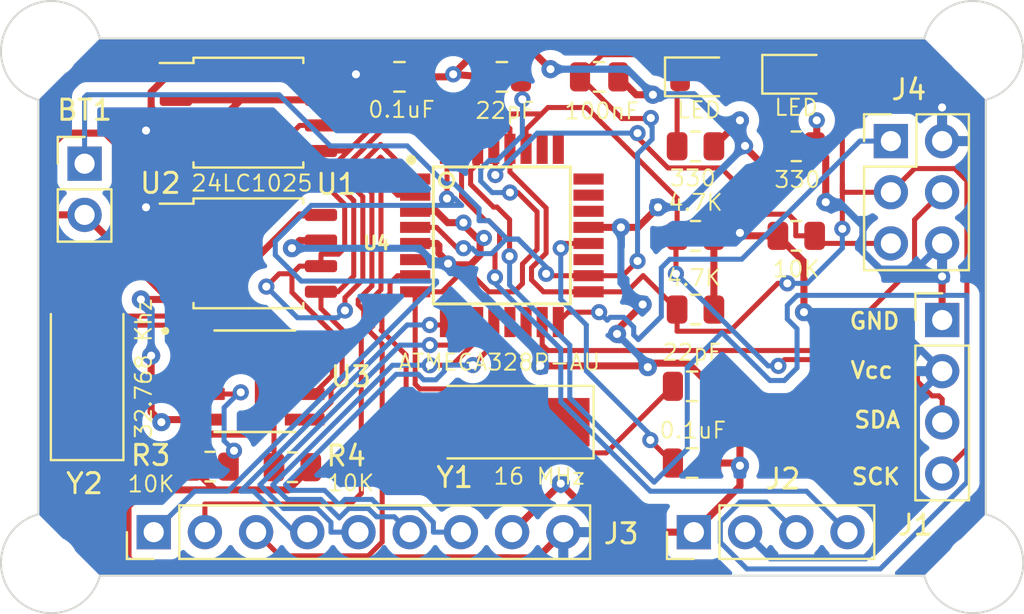
<source format=kicad_pcb>
(kicad_pcb (version 20221018) (generator pcbnew)
  (title_block (title "${project_name}") (date "2023-06-14") (rev "1") (comment 1 "2-Layer PCB version"))
  (layers (0 "F.Cu" mixed) (31 "B.Cu" mixed) (34 "B.Paste" user) (35 "F.Paste" user) (36 "B.SilkS" user "B.Silkscreen") (37 "F.SilkS" user "F.Silkscreen") (38 "B.Mask" user) (39 "F.Mask" user) (44 "Edge.Cuts" user))
  (property "project_name" "MCU Datalogger with memory and clock")
  (net 0 "")
  (net 1 "Net-(BT1-+)")
  (net 2 "GND")
  (net 3 "Net-(U4-AREF)")
  (net 4 "Net-(U4-PB6)")
  (net 5 "Net-(U4-PB7)")
  (net 6 "/Vcc")
  (net 7 "Net-(D1-K)")
  (net 8 "Net-(D2-K)")
  (net 9 "/SCK")
  (net 10 "/SDA")
  (net 11 "/RX")
  (net 12 "/TX")
  (net 13 "/D2")
  (net 14 "/D3")
  (net 15 "/D4")
  (net 16 "/D5")
  (net 17 "/D6")
  (net 18 "/D7")
  (net 19 "/D8")
  (net 20 "/MISO")
  (net 21 "/MOSI")
  (net 22 "/RESET")
  (net 23 "Net-(U3-~{INTA})")
  (net 24 "Net-(U3-SQW{slash}~INT)")
  (net 25 "Net-(U3-X1)")
  (net 26 "Net-(U3-X2)")
  (footprint "Connector_PinHeader_2.54mm:PinHeader_1x09_P2.54mm_Vertical" (layer "F.Cu") (at 130.937 114.427 90)
    (fp_text reference "J3")
    (fp_text value "Conn_01x09_Pin" hide)
  )
  (footprint "Crystal:Crystal_SMD_5032-2Pin_5.0x3.2mm_HandSoldering" (layer "F.Cu") (at 148.209 108.966 180)
    (fp_text reference "Y1")
    (fp_text value "16 MHz")
  )
  (footprint "Connector_PinHeader_2.54mm:PinHeader_1x04_P2.54mm_Vertical" (layer "F.Cu") (at 170.053 103.896)
    (fp_text reference "J1")
    (fp_text value "Conn_01x04_Pin" hide)
  )
  (footprint "MountingHole:MountingHole_2.1mm" (layer "F.Cu") (at 125.875 115.925)
    (fp_text reference "H2" hide)
    (fp_text value "MountingHole" hide)
  )
  (footprint "LED_SMD:LED_0805_2012Metric" (layer "F.Cu") (at 162.814 91.694)
    (fp_text reference "D2" hide)
    (fp_text value "LED")
  )
  (footprint "Capacitor_SMD:C_0805_2012Metric" (layer "F.Cu") (at 157.645 107.185 180)
    (fp_text reference "C2" hide)
    (fp_text value "22pF")
  )
  (footprint "Capacitor_SMD:C_0805_2012Metric" (layer "F.Cu") (at 153.035 91.821)
    (fp_text reference "C5" hide)
    (fp_text value "100nF")
  )
  (footprint "Resistor_SMD:R_0805_2012Metric" (layer "F.Cu") (at 162.814 99.715)
    (fp_text reference "R7" hide)
    (fp_text value "10K")
  )
  (footprint "MountingHole:MountingHole_2.1mm" (layer "F.Cu") (at 171.595 115.925)
    (fp_text reference "H4" hide)
    (fp_text value "MountingHole" hide)
  )
  (footprint "Connector_PinHeader_2.54mm:PinHeader_1x04_P2.54mm_Vertical" (layer "F.Cu") (at 157.734 114.427 90)
    (fp_text reference "J2")
    (fp_text value "Conn_01x04_Pin" hide)
  )
  (footprint "Package_SO:SOIC-8_5.23x5.23mm_P1.27mm" (layer "F.Cu") (at 135.636 93.599)
    (fp_text reference "U2")
    (fp_text value "24LC1025" hide)
  )
  (footprint "Capacitor_SMD:C_0805_2012Metric" (layer "F.Cu") (at 157.645 110.995 180)
    (fp_text reference "C1" hide)
    (fp_text value "0.1uF")
  )
  (footprint "Capacitor_SMD:C_0805_2012Metric" (layer "F.Cu") (at 143.129 91.821)
    (fp_text reference "C4" hide)
    (fp_text value "0.1uF")
  )
  (footprint "Resistor_SMD:R_0805_2012Metric" (layer "F.Cu") (at 137.8185 111.2035 180)
    (fp_text reference "R4")
    (fp_text value "10K")
  )
  (footprint "Connector_PinHeader_2.54mm:PinHeader_1x02_P2.54mm_Vertical" (layer "F.Cu") (at 127.508 96.134)
    (fp_text reference "BT1")
    (fp_text value "Battery" hide)
  )
  (footprint "Resistor_SMD:R_0805_2012Metric" (layer "F.Cu") (at 157.815 99.715 180)
    (fp_text reference "R6" hide)
    (fp_text value "4.7K")
  )
  (footprint "MountingHole:MountingHole_2.1mm" (layer "F.Cu") (at 125.875 90.525)
    (fp_text reference "H1" hide)
    (fp_text value "MountingHole" hide)
  )
  (footprint "ATMEGA328P-AU:QFP80P900X900X120-32N" (layer "F.Cu") (at 148.209 99.695)
    (fp_text reference "U4")
    (fp_text value "ATMEGA328P-AU")
  )
  (footprint "Resistor_SMD:R_0805_2012Metric" (layer "F.Cu") (at 162.814 95.27 180)
    (fp_text reference "R2" hide)
    (fp_text value "330")
  )
  (footprint "DS1337S_:SOIC127P600X175-8N" (layer "F.Cu") (at 135.952 106.934)
    (fp_text reference "U3")
    (fp_text value "DS1337S+" hide)
  )
  (footprint "LED_SMD:LED_0805_2012Metric" (layer "F.Cu") (at 157.988 91.821)
    (fp_text reference "D1" hide)
    (fp_text value "LED")
  )
  (footprint "Package_SO:SOIC-8_5.23x5.23mm_P1.27mm" (layer "F.Cu") (at 135.636 100.584)
    (fp_text reference "U1")
    (fp_text value "24LC1025")
  )
  (footprint "Connector_PinHeader_2.54mm:PinHeader_2x03_P2.54mm_Vertical" (layer "F.Cu") (at 167.508 95.011)
    (fp_text reference "J4")
    (fp_text value "Conn_02x03_Odd_Even" hide)
  )
  (footprint "Crystal:Crystal_SMD_5032-2Pin_5.0x3.2mm_HandSoldering" (layer "F.Cu") (at 127.635 106.299 90)
    (fp_text reference "Y2")
    (fp_text value "32.768 Khz")
  )
  (footprint "Resistor_SMD:R_0805_2012Metric" (layer "F.Cu") (at 157.815 95.27)
    (fp_text reference "R1" hide)
    (fp_text value "330")
  )
  (footprint "MountingHole:MountingHole_2.1mm" (layer "F.Cu") (at 171.595 90.525)
    (fp_text reference "H3" hide)
    (fp_text value "MountingHole" hide)
  )
  (footprint "Capacitor_SMD:C_0805_2012Metric" (layer "F.Cu") (at 148.209 91.821)
    (fp_text reference "C3" hide)
    (fp_text value "22pF")
  )
  (footprint "Resistor_SMD:R_0805_2012Metric" (layer "F.Cu") (at 157.815 103.375 180)
    (fp_text reference "R5" hide)
    (fp_text value "4.7K")
  )
  (footprint "Resistor_SMD:R_0805_2012Metric" (layer "F.Cu") (at 133.731 111.1735)
    (fp_text reference "R3")
    (fp_text value "10K")
  )
  (gr_arc (start 169.164 89.916) (mid 173.34134 88.78666) (end 172.212 92.964) (stroke (width 0.1)) (layer "Edge.Cuts"))
  (gr_line (start 125.222 113.538) (end 125.222 92.964) (stroke (width 0.1)) (layer "Edge.Cuts"))
  (gr_line (start 169.164 116.586) (end 128.27 116.586) (stroke (width 0.1)) (layer "Edge.Cuts"))
  (gr_line (start 172.212 92.964) (end 172.212 113.538) (stroke (width 0.1)) (layer "Edge.Cuts"))
  (gr_arc (start 172.212 113.538) (mid 173.34134 117.71534) (end 169.164 116.586) (stroke (width 0.1)) (layer "Edge.Cuts"))
  (gr_arc (start 128.27 116.586) (mid 124.09266 117.71534) (end 125.222 113.538) (stroke (width 0.1)) (layer "Edge.Cuts"))
  (gr_arc (start 125.222 92.964) (mid 124.09266 88.78666) (end 128.27 89.916) (stroke (width 0.1)) (layer "Edge.Cuts"))
  (gr_line (start 128.27 89.916) (end 169.164 89.916) (stroke (width 0.1)) (layer "Edge.Cuts"))
  (gr_text "SDA" (at 165.608 109.3216) (layer "F.SilkS") (effects (font (size 0.8 0.8) (thickness 0.15) bold) (justify left bottom)))
  (gr_text "GND" (at 165.3794 104.4194) (layer "F.SilkS") (effects (font (size 0.8 0.8) (thickness 0.15) bold) (justify left bottom)))
  (gr_text "Vcc" (at 165.4302 106.8578) (layer "F.SilkS") (effects (font (size 0.8 0.8) (thickness 0.15) bold) (justify left bottom)))
  (gr_text "SCK" (at 165.481 112.141) (layer "F.SilkS") (effects (font (size 0.8 0.8) (thickness 0.15) bold) (justify left bottom)))
  (segment (start 158.9255 91.821) (end 157.8255 90.721) (width 0.25) (layer "F.Cu") (net 1))
  (segment (start 145.996818 100.33) (end 144.961818 99.295) (width 0.25) (layer "F.Cu") (net 1))
  (segment (start 153.185 90.721) (end 152.085 91.821) (width 0.25) (layer "F.Cu") (net 1))
  (segment (start 154.21 101.695) (end 152.509 101.695) (width 0.25) (layer "F.Cu") (net 1))
  (segment (start 150.5005 101.695) (end 150.4055 101.6) (width 0.25) (layer "F.Cu") (net 1))
  (segment (start 152.509 101.695) (end 150.5005 101.695) (width 0.25) (layer "F.Cu") (net 1))
  (segment (start 144.961818 99.295) (end 143.909 99.295) (width 0.25) (layer "F.Cu") (net 1))
  (segment (start 155.598544 93.863119) (end 155.571663 93.89) (width 0.25) (layer "F.Cu") (net 1))
  (segment (start 146.304 100.33) (end 145.996818 100.33) (width 0.25) (layer "F.Cu") (net 1))
  (segment (start 157.8255 90.721) (end 153.185 90.721) (width 0.25) (layer "F.Cu") (net 1))
  (segment (start 154.154 93.89) (end 152.085 91.821) (width 0.25) (layer "F.Cu") (net 1))
  (segment (start 155.571663 93.89) (end 154.154 93.89) (width 0.25) (layer "F.Cu") (net 1))
  (segment (start 154.94 100.965) (end 154.21 101.695) (width 0.25) (layer "F.Cu") (net 1))
  (via (at 146.304 100.33) (size 0.8) (drill 0.4) (layers "F.Cu" "B.Cu") (net 1))
  (via (at 155.598544 93.863119) (size 0.8) (drill 0.4) (layers "F.Cu" "B.Cu") (net 1))
  (via (at 154.94 100.965) (size 0.8) (drill 0.4) (layers "F.Cu" "B.Cu") (net 1))
  (via (at 150.4055 101.6) (size 0.8) (drill 0.4) (layers "F.Cu" "B.Cu") (net 1))
  (segment (start 145.325 97.137147) (end 145.857609 97.137147) (width 0.25) (layer "B.Cu") (net 1))
  (segment (start 155.665 94.915305) (end 154.94 95.640305) (width 0.25) (layer "B.Cu") (net 1))
  (segment (start 149.016755 99.877749) (end 149.44145 100.302444) (width 0.25) (layer "B.Cu") (net 1))
  (segment (start 127.508 96.134) (end 127.508 92.837) (width 0.25) (layer "B.Cu") (net 1))
  (segment (start 155.665 94.314695) (end 155.665 94.915305) (width 0.25) (layer "B.Cu") (net 1))
  (segment (start 155.598544 94.248239) (end 155.665 94.314695) (width 0.25) (layer "B.Cu") (net 1))
  (segment (start 148.416145 99.877749) (end 149.016755 99.877749) (width 0.25) (layer "B.Cu") (net 1))
  (segment (start 146.998984 100.597) (end 147.696894 100.597) (width 0.25) (layer "B.Cu") (net 1))
  (segment (start 137.16 92.71) (end 139.7 95.25) (width 0.25) (layer "B.Cu") (net 1))
  (segment (start 146.304 100.33) (end 146.731984 100.33) (width 0.25) (layer "B.Cu") (net 1))
  (segment (start 147.079 98.358538) (end 147.079 98.962069) (width 0.25) (layer "B.Cu") (net 1))
  (segment (start 145.325 97.065) (end 145.325 97.137147) (width 0.25) (layer "B.Cu") (net 1))
  (segment (start 147.696894 100.597) (end 148.416145 99.877749) (width 0.25) (layer "B.Cu") (net 1))
  (segment (start 155.598544 93.863119) (end 155.598544 94.248239) (width 0.25) (layer "B.Cu") (net 1))
  (segment (start 147.079 98.962069) (end 147.556085 98.962069) (width 0.25) (layer "B.Cu") (net 1))
  (segment (start 143.51 95.25) (end 145.325 97.065) (width 0.25) (layer "B.Cu") (net 1))
  (segment (start 154.94 95.640305) (end 154.94 100.965) (width 0.25) (layer "B.Cu") (net 1))
  (segment (start 139.7 95.25) (end 143.51 95.25) (width 0.25) (layer "B.Cu") (net 1))
  (segment (start 149.016755 99.877749) (end 150.4055 101.266494) (width 0.25) (layer "B.Cu") (net 1))
  (segment (start 127.508 92.837) (end 127.635 92.71) (width 0.25) (layer "B.Cu") (net 1))
  (segment (start 127.635 92.71) (end 137.16 92.71) (width 0.25) (layer "B.Cu") (net 1))
  (segment (start 148.471765 99.877749) (end 149.016755 99.877749) (width 0.25) (layer "B.Cu") (net 1))
  (segment (start 150.4055 101.266494) (end 150.4055 101.6) (width 0.25) (layer "B.Cu") (net 1))
  (segment (start 146.731984 100.33) (end 146.998984 100.597) (width 0.25) (layer "B.Cu") (net 1))
  (segment (start 145.857609 97.137147) (end 147.079 98.358538) (width 0.25) (layer "B.Cu") (net 1))
  (segment (start 147.556085 98.962069) (end 148.471765 99.877749) (width 0.25) (layer "B.Cu") (net 1))
  (segment (start 159.89 110.995) (end 158.595 110.995) (width 0.35) (layer "F.Cu") (net 2))
  (segment (start 131.318 108.966) (end 130.81 108.458) (width 0.35) (layer "F.Cu") (net 2))
  (segment (start 132.036 92.964) (end 135.255 92.964) (width 0.35) (layer "F.Cu") (net 2))
  (segment (start 131.6505 102.8745) (end 132.036 102.489) (width 0.35) (layer "F.Cu") (net 2))
  (segment (start 132.036 95.504) (end 132.715 95.504) (width 0.35) (layer "F.Cu") (net 2))
  (segment (start 150.114 106.172) (end 155.3855 106.172) (width 0.35) (layer "F.Cu") (net 2))
  (segment (start 155.6475 106.035) (end 157.445 106.035) (width 0.35) (layer "F.Cu") (net 2))
  (segment (start 139.243 92.971) (end 142.929 92.971) (width 0.35) (layer "F.Cu") (net 2))
  (segment (start 139.236 92.964) (end 139.243 92.971) (width 0.35) (layer "F.Cu") (net 2))
  (segment (start 144.079 91.821) (end 145.796 91.821) (width 0.35) (layer "F.Cu") (net 2))
  (segment (start 144.984 100.095) (end 143.909 100.095) (width 0.35) (layer "F.Cu") (net 2))
  (segment (start 170.048 101.732) (end 170.048 100.091) (width 0.35) (layer "F.Cu") (net 2))
  (segment (start 150.622 91.44) (end 149.853 90.671) (width 0.35) (layer "F.Cu") (net 2))
  (segment (start 125.73 98.425) (end 125.979 98.674) (width 0.35) (layer "F.Cu") (net 2))
  (segment (start 153.924 104.394) (end 155.194 103.124) (width 0.35) (layer "F.Cu") (net 2))
  (segment (start 164.2755 98.044) (end 164.2755 95.819) (width 0.35) (layer "F.Cu") (net 2))
  (segment (start 162.4765 96.52) (end 163.7265 95.27) (width 0.35) (layer "F.Cu") (net 2))
  (segment (start 158.595 107.185) (end 160.02 108.61) (width 0.35) (layer "F.Cu") (net 2))
  (segment (start 158.595 110.995) (end 158.595 107.185) (width 0.35) (layer "F.Cu") (net 2))
  (segment (start 132.379173 102.489) (end 132.036 102.489) (width 0.35) (layer "F.Cu") (net 2))
  (segment (start 158.7275 95.27) (end 158.73 95.27) (width 0.35) (layer "F.Cu") (net 2))
  (segment (start 155.702 92.71) (end 154.874 92.71) (width 0.35) (layer "F.Cu") (net 2))
  (segment (start 160.234406 95.27) (end 160.214406 95.25) (width 0.35) (layer "F.Cu") (net 2))
  (segment (start 146.819 90.671) (end 145.796 91.694) (width 0.35) (layer "F.Cu") (net 2))
  (segment (start 157.445 106.035) (end 158.595 107.185) (width 0.35) (layer "F.Cu") (net 2))
  (segment (start 133.477 108.839) (end 131.445 108.839) (width 0.35) (layer "F.Cu") (net 2))
  (segment (start 145.084 100.584) (end 145.084 100.195) (width 0.35) (layer "F.Cu") (net 2))
  (segment (start 160.214406 95.25) (end 160.274 95.25) (width 0.35) (layer "F.Cu") (net 2))
  (segment (start 128.539 94.615) (end 126.477 94.615) (width 0.35) (layer "F.Cu") (net 2))
  (segment (start 132.036 95.504) (end 129.428 95.504) (width 0.35) (layer "F.Cu") (net 2))
  (segment (start 160.02 111.125) (end 159.89 110.995) (width 0.35) (layer "F.Cu") (net 2))
  (segment (start 170.048 103.891) (end 170.053 103.896) (width 0.35) (layer "F.Cu") (net 2))
  (segment (start 154.959 99.295) (end 155.956 98.298) (width 0.35) (layer "F.Cu") (net 2))
  (segment (start 129.428 95.504) (end 128.539 94.615) (width 0.35) (layer "F.Cu") (net 2))
  (segment (start 131.445 108.839) (end 131.318 108.966) (width 0.35) (layer "F.Cu") (net 2))
  (segment (start 148.717 114.427) (end 151.13 112.014) (width 0.35) (layer "F.Cu") (net 2))
  (segment (start 135.255 92.964) (end 139.236 92.964) (width 0.35) (layer "F.Cu") (net 2))
  (segment (start 164.2755 95.819) (end 163.7265 95.27) (width 0.35) (layer "F.Cu") (net 2))
  (segment (start 158.75 95.2475) (end 158.7275 95.27) (width 0.35) (layer "F.Cu") (net 2))
  (segment (start 145.542 101.042) (end 145.084 100.584) (width 0.35) (layer "F.Cu") (net 2))
  (segment (start 157.734 114.427) (end 160.02 112.141) (width 0.35) (layer "F.Cu") (net 2))
  (segment (start 147.32 99.822) (end 146.962727 99.822) (width 0.35) (layer "F.Cu") (net 2))
  (segment (start 149.853 90.671) (end 146.819 90.671) (width 0.35) (layer "F.Cu") (net 2))
  (segment (start 155.3855 106.172) (end 155.448 106.2345) (width 0.35) (layer "F.Cu") (net 2))
  (segment (start 153.924 104.5855) (end 153.924 104.394) (width 0.35) (layer "F.Cu") (net 2))
  (segment (start 160.02 108.61) (end 160.02 111.125) (width 0.35) (layer "F.Cu") (net 2))
  (segment (start 130.81 108.458) (end 130.81 105.664) (width 0.35) (layer "F.Cu") (net 2))
  (segment (start 138.176 99.949) (end 137.795 100.33) (width 0.35) (layer "F.Cu") (net 2))
  (segment (start 146.200727 99.06) (end 146.304 99.06) (width 0.35) (layer "F.Cu") (net 2))
  (segment (start 132.715 95.504) (end 135.255 92.964) (width 0.35) (layer "F.Cu") (net 2))
  (segment (start 146.962727 99.822) (end 146.200727 99.06) (width 0.35) (layer "F.Cu") (net 2))
  (segment (start 155.448 106.2345) (end 155.6475 106.035) (width 0.35) (layer "F.Cu") (net 2))
  (segment (start 161.484406 96.52) (end 162.4765 96.52) (width 0.35) (layer "F.Cu") (net 2))
  (segment (start 146.200727 99.06) (end 146.200727 99.06) (width 0.35) (layer "F.Cu") (net 2))
  (segment (start 130.302 102.8745) (end 131.6505 102.8745) (width 0.35) (layer "F.Cu") (net 2))
  (segment (start 125.73 95.362) (end 125.73 98.425) (width 0.35) (layer "F.Cu") (net 2))
  (segment (start 143.909 98.495) (end 144.953979 98.495) (width 0.35) (layer "F.Cu") (net 2))
  (segment (start 153.543 114.427) (end 157.734 114.427) (width 0.35) (layer "F.Cu") (net 2))
  (segment (start 160.274 95.25) (end 160.274 95.309594) (width 0.35) (layer "F.Cu") (net 2))
  (segment (start 146.645727 101.155) (end 147.129 100.671727) (width 0.35) (layer "F.Cu") (net 2))
  (segment (start 144.953979 98.495) (end 145.518979 99.06) (width 0.35) (layer "F.Cu") (net 2))
  (segment (start 158.73 95.27) (end 160.02 93.98) (width 0.35) (layer "F.Cu") (net 2))
  (segment (start 147.129 100.013) (end 147.32 99.822) (width 0.35) (layer "F.Cu") (net 2))
  (segment (start 163.83 95.1665) (end 163.7265 95.27) (width 0.35) (layer "F.Cu") (net 2))
  (segment (start 132.036 102.489) (end 131.323 102.489) (width 0.35) (layer "F.Cu") (net 2))
  (segment (start 147.129 100.671727) (end 147.129 100.013) (width 0.35) (layer "F.Cu") (net 2))
  (segment (start 131.323 102.489) (end 127.508 98.674) (width 0.35) (layer "F.Cu") (net 2))
  (segment (start 142.929 92.971) (end 144.079 91.821) (width 0.35) (layer "F.Cu") (net 2))
  (segment (start 160.274 95.309594) (end 161.484406 96.52) (width 0.35) (layer "F.Cu") (net 2))
  (segment (start 152.509 99.295) (end 154.959 99.295) (width 0.35) (layer "F.Cu") (net 2))
  (segment (start 154.874 92.71) (end 153.985 91.821) (width 0.35) (layer "F.Cu") (net 2))
  (segment (start 145.542 101.092) (end 145.605 101.155) (width 0.35) (layer "F.Cu") (net 2))
  (segment (start 145.084 100.195) (end 144.984 100.095) (width 0.35) (layer "F.Cu") (net 2))
  (segment (start 145.542 101.092) (end 145.542 101.042) (width 0.35) (layer "F.Cu") (net 2))
  (segment (start 160.02 112.141) (end 160.02 111.125) (width 0.35) (layer "F.Cu") (net 2))
  (segment (start 145.796 91.694) (end 147.259 91.821) (width 0.35) (layer "F.Cu") (net 2))
  (segment (start 151.13 112.014) (end 153.543 114.427) (width 0.35) (layer "F.Cu") (net 2))
  (segment (start 145.605 101.155) (end 146.645727 101.155) (width 0.35) (layer "F.Cu") (net 2))
  (segment (start 170.048 101.732) (end 170.048 103.891) (width 0.35) (layer "F.Cu") (net 2))
  (segment (start 145.518979 99.06) (end 146.200727 99.06) (width 0.35) (layer "F.Cu") (net 2))
  (segment (start 139.236 99.949) (end 138.176 99.949) (width 0.35) (layer "F.Cu") (net 2))
  (segment (start 125.979 98.674) (end 127.508 98.674) (width 0.35) (layer "F.Cu") (net 2))
  (segment (start 145.796 91.821) (end 145.796 91.694) (width 0.35) (layer "F.Cu") (net 2))
  (segment (start 144.272 92.014) (end 144.079 91.821) (width 0.35) (layer "F.Cu") (net 2))
  (segment (start 126.477 94.615) (end 125.73 95.362) (width 0.35) (layer "F.Cu") (net 2))
  (segment (start 163.83 93.98) (end 163.83 95.1665) (width 0.35) (layer "F.Cu") (net 2))
  (via (at 151.13 112.014) (size 0.9) (drill 0.4) (layers "F.Cu" "B.Cu") (net 2))
  (via (at 160.02 93.98) (size 0.9) (drill 0.4) (layers "F.Cu" "B.Cu") (net 2))
  (via (at 155.956 98.298) (size 0.9) (drill 0.4) (layers "F.Cu" "B.Cu") (net 2))
  (via (at 146.304 99.06) (size 0.8) (drill 0.4) (layers "F.Cu" "B.Cu") (net 2))
  (via (at 153.924 104.5855) (size 0.9) (drill 0.4) (layers "F.Cu" "B.Cu") (net 2))
  (via (at 147.32 99.822) (size 0.8) (drill 0.4) (layers "F.Cu" "B.Cu") (net 2))
  (via (at 160.274 95.25) (size 0.8) (drill 0.4) (layers "F.Cu" "B.Cu") (net 2))
  (via (at 170.048 101.732) (size 0.8) (drill 0.4) (layers "F.Cu" "B.Cu") (net 2))
  (via (at 150.622 91.44) (size 0.9) (drill 0.4) (layers "F.Cu" "B.Cu") (net 2))
  (via (at 163.83 93.98) (size 0.8) (drill 0.4) (layers "F.Cu" "B.Cu") (net 2))
  (via (at 145.542 101.092) (size 0.8) (drill 0.4) (layers "F.Cu" "B.Cu") (net 2))
  (via (at 137.795 100.33) (size 0.9) (drill 0.4) (layers "F.Cu" "B.Cu") (net 2))
  (via (at 155.194 103.124) (size 0.9) (drill 0.4) (layers "F.Cu" "B.Cu") (net 2))
  (via (at 155.448 106.2345) (size 0.9) (drill 0.4) (layers "F.Cu" "B.Cu") (net 2))
  (via (at 155.702 92.71) (size 0.9) (drill 0.4) (layers "F.Cu" "B.Cu") (net 2))
  (via (at 130.81 105.664) (size 0.9) (drill 0.4) (layers "F.Cu" "B.Cu") (net 2))
  (via (at 130.302 102.8745) (size 0.9) (drill 0.4) (layers "F.Cu" "B.Cu") (net 2))
  (via (at 131.318 108.966) (size 0.9) (drill 0.4) (layers "F.Cu" "B.Cu") (net 2))
  (via (at 150.114 106.172) (size 0.9) (drill 0.4) (layers "F.Cu" "B.Cu") (net 2))
  (via (at 164.2755 98.044) (size 0.9) (drill 0.4) (layers "F.Cu" "B.Cu") (net 2))
  (via (at 145.796 91.694) (size 0.8) (drill 0.4) (layers "F.Cu" "B.Cu") (net 2))
  (via (at 154.1155 99.295) (size 0.9) (drill 0.4) (layers "F.Cu" "B.Cu") (net 2))
  (via (at 160.02 111.125) (size 0.9) (drill 0.4) (layers "F.Cu" "B.Cu") (net 2))
  (segment (start 170.048 100.091) (end 168.773 101.366) (width 0.35) (layer "B.Cu") (net 2))
  (segment (start 144.118817 100.33) (end 144.880817 101.092) (width 0.35) (layer "B.Cu") (net 2))
  (segment (start 164.944227 98.044) (end 164.2755 98.044) (width 0.35) (layer "B.Cu") (net 2))
  (segment (start 157.734 92.71) (end 158.75 93.726) (width 0.35) (layer "B.Cu") (net 2))
  (segment (start 155.194 103.124) (end 154.115 102.045) (width 0.35) (layer "B.Cu") (net 2))
  (segment (start 150.114 105.664) (end 150.114 106.172) (width 0.35) (layer "B.Cu") (net 2))
  (segment (start 153.924 104.5855) (end 155.448 106.1095) (width 0.35) (layer "B.Cu") (net 2))
  (segment (start 155.702 92.71) (end 157.734 92.71) (width 0.35) (layer "B.Cu") (net 2))
  (segment (start 155.956 98.298) (end 157.226 98.298) (width 0.35) (layer "B.Cu") (net 2))
  (segment (start 166.116 99.215773) (end 164.944227 98.044) (width 0.35) (layer "B.Cu") (net 2))
  (segment (start 154.115 102.045) (end 154.115 99.2955) (width 0.35) (layer "B.Cu") (net 2))
  (segment (start 130.81 103.3825) (end 130.302 102.8745) (width 0.35) (layer "B.Cu") (net 2))
  (segment (start 155.702 92.71) (end 154.432 91.44) (width 0.35) (layer "B.Cu") (net 2))
  (segment (start 166.979877 101.366) (end 166.116 100.502123) (width 0.35) (layer "B.Cu") (net 2))
  (segment (start 158.75 93.726) (end 160.274 95.25) (width 0.35) (layer "B.Cu") (net 2))
  (segment (start 150.114 106.172) (end 150.368 106.172) (width 0.35) (layer "B.Cu") (net 2))
  (segment (start 157.226 98.298) (end 160.274 95.25) (width 0.35) (layer "B.Cu") (net 2))
  (segment (start 166.116 100.502123) (end 166.116 99.215773) (width 0.35) (layer "B.Cu") (net 2))
  (segment (start 160.02 94.996) (end 160.274 95.25) (width 0.35) (layer "B.Cu") (net 2))
  (segment (start 160.02 93.98) (end 160.02 94.996) (width 0.35) (layer "B.Cu") (net 2))
  (segment (start 137.795 100.33) (end 144.118817 100.33) (width 0.35) (layer "B.Cu") (net 2))
  (segment (start 154.432 91.44) (end 150.622 91.44) (width 0.35) (layer "B.Cu") (net 2))
  (segment (start 154.115 99.2955) (end 154.1155 99.295) (width 0.35) (layer "B.Cu") (net 2))
  (segment (start 130.81 105.664) (end 130.81 103.3825) (width 0.35) (layer "B.Cu") (net 2))
  (segment (start 155.448 106.1095) (end 155.448 106.2345) (width 0.35) (layer "B.Cu") (net 2))
  (segment (start 145.542 101.092) (end 150.114 105.664) (width 0.35) (layer "B.Cu") (net 2))
  (segment (start 144.880817 101.092) (end 145.542 101.092) (width 0.35) (layer "B.Cu") (net 2))
  (segment (start 168.773 101.366) (end 166.979877 101.366) (width 0.35) (layer "B.Cu") (net 2))
  (segment (start 155.575 109.855) (end 155.575 109.875) (width 0.25) (layer "F.Cu") (net 3))
  (segment (start 155.575 109.875) (end 156.695 110.995) (width 0.25) (layer "F.Cu") (net 3))
  (segment (start 151.365 100.095) (end 152.509 100.095) (width 0.25) (layer "F.Cu") (net 3))
  (segment (start 151.13 100.33) (end 151.365 100.095) (width 0.25) (layer "F.Cu") (net 3))
  (via (at 155.575 109.855) (size 0.8) (drill 0.4) (layers "F.Cu" "B.Cu") (net 3))
  (via (at 151.13 100.33) (size 0.8) (drill 0.4) (layers "F.Cu" "B.Cu") (net 3))
  (segment (start 155.575 109.601) (end 155.575 109.855) (width 0.25) (layer "B.Cu") (net 3))
  (segment (start 151.13 102.87) (end 152.4 104.14) (width 0.25) (layer "B.Cu") (net 3))
  (segment (start 151.13 100.33) (end 151.13 102.87) (width 0.25) (layer "B.Cu") (net 3))
  (segment (start 152.4 106.426) (end 155.575 109.601) (width 0.25) (layer "B.Cu") (net 3))
  (segment (start 152.4 104.14) (end 152.4 106.426) (width 0.25) (layer "B.Cu") (net 3))
  (segment (start 142.236784 103.003008) (end 142.661 102.578792) (width 0.25) (layer "F.Cu") (net 4))
  (segment (start 145.159604 108.966) (end 143.459 107.265396) (width 0.25) (layer "F.Cu") (net 4))
  (segment (start 142.225326 104.404493) (end 142.258701 104.371117) (width 0.25) (layer "F.Cu") (net 4))
  (segment (start 153.389 110.491) (end 156.695 107.185) (width 0.25) (layer "F.Cu") (net 4))
  (segment (start 143.034 101.695) (end 143.909 101.695) (width 0.25) (layer "F.Cu") (net 4))
  (segment (start 142.661 102.578792) (end 142.661 102.068) (width 0.25) (layer "F.Cu") (net 4))
  (segment (start 142.258701 104.371117) (end 142.2587 103.024924) (width 0.25) (layer "F.Cu") (net 4))
  (segment (start 145.609 108.966) (end 147.134 110.491) (width 0.25) (layer "F.Cu") (net 4))
  (segment (start 145.609 108.966) (end 145.159604 108.966) (width 0.25) (layer "F.Cu") (net 4))
  (segment (start 147.134 110.491) (end 153.389 110.491) (width 0.25) (layer "F.Cu") (net 4))
  (segment (start 142.661 102.068) (end 143.034 101.695) (width 0.25) (layer "F.Cu") (net 4))
  (segment (start 143.459 105.638167) (end 142.225326 104.404493) (width 0.25) (layer "F.Cu") (net 4))
  (segment (start 142.2587 103.024924) (end 142.236784 103.003008) (width 0.25) (layer "F.Cu") (net 4))
  (segment (start 143.459 107.265396) (end 143.459 105.638167) (width 0.25) (layer "F.Cu") (net 4))
  (segment (start 149.955 98.521396) (end 149.955 100.388799) (width 0.25) (layer "F.Cu") (net 5))
  (segment (start 149.955 100.388799) (end 149.2305 101.113299) (width 0.25) (layer "F.Cu") (net 5))
  (segment (start 148.999303 97.565699) (end 149.955 98.521396) (width 0.25) (layer "F.Cu") (net 5))
  (segment (start 145.235016 102.495) (end 143.909 102.495) (width 0.25) (layer "F.Cu") (net 5))
  (segment (start 149.2305 101.113299) (end 149.2305 102.086701) (width 0.25) (layer "F.Cu") (net 5))
  (segment (start 144.145 107.315) (end 143.909 107.079) (width 0.25) (layer "F.Cu") (net 5))
  (segment (start 147.567541 102.4955) (end 146.777041 101.705) (width 0.25) (layer "F.Cu") (net 5))
  (segment (start 148.611101 97.565699) (end 148.999303 97.565699) (width 0.25) (layer "F.Cu") (net 5))
  (segment (start 150.809 108.966) (end 149.158 107.315) (width 0.25) (layer "F.Cu") (net 5))
  (segment (start 149.225 91.887) (end 149.159 91.821) (width 0.25) (layer "F.Cu") (net 5))
  (segment (start 146.025016 101.705) (end 145.235016 102.495) (width 0.25) (layer "F.Cu") (net 5))
  (segment (start 148.821701 102.4955) (end 147.567541 102.4955) (width 0.25) (layer "F.Cu") (net 5))
  (segment (start 149.2305 102.086701) (end 148.821701 102.4955) (width 0.25) (layer "F.Cu") (net 5))
  (segment (start 149.158 107.315) (end 144.145 107.315) (width 0.25) (layer "F.Cu") (net 5))
  (segment (start 148.867883 91.821) (end 149.159 91.821) (width 0.25) (layer "F.Cu") (net 5))
  (segment (start 149.225 92.938) (end 149.225 91.887) (width 0.25) (layer "F.Cu") (net 5))
  (segment (start 143.909 107.079) (end 143.909 102.495) (width 0.25) (layer "F.Cu") (net 5))
  (segment (start 146.777041 101.705) (end 146.025016 101.705) (width 0.25) (layer "F.Cu") (net 5))
  (via (at 149.225 92.938) (size 0.8) (drill 0.4) (layers "F.Cu" "B.Cu") (net 5))
  (via (at 148.611101 97.565699) (size 0.8) (drill 0.4) (layers "F.Cu" "B.Cu") (net 5))
  (segment (start 147.584195 95.97042) (end 147.973104 95.97042) (width 0.25) (layer "B.Cu") (net 5))
  (segment (start 149.225 94.718524) (end 149.225 92.938) (width 0.25) (layer "B.Cu") (net 5))
  (segment (start 148.611101 97.565699) (end 147.729474 97.565699) (width 0.25) (layer "B.Cu") (net 5))
  (segment (start 147.1595 96.395115) (end 147.584195 95.97042) (width 0.25) (layer "B.Cu") (net 5))
  (segment (start 147.973104 95.97042) (end 149.225 94.718524) (width 0.25) (layer "B.Cu") (net 5))
  (segment (start 147.729474 97.565699) (end 147.1595 96.995725) (width 0.25) (layer "B.Cu") (net 5))
  (segment (start 147.1595 96.995725) (end 147.1595 96.395115) (width 0.25) (layer "B.Cu") (net 5))
  (segment (start 158.7275 99.715) (end 159.873 99.715) (width 0.35) (layer "F.Cu") (net 6))
  (segment (start 135.518437 109.559) (end 136.13 108.947437) (width 0.35) (layer "F.Cu") (net 6))
  (segment (start 138.731 111.2035) (end 138.731 110.999848) (width 0.35) (layer "F.Cu") (net 6))
  (segment (start 132.036 98.679) (end 130.937 98.679) (width 0.35) (layer "F.Cu") (net 6))
  (segment (start 133.9735 112.3285) (end 130.4855 112.3285) (width 0.35) (layer "F.Cu") (net 6))
  (segment (start 132.8185 111.1735) (end 132.340152 110.695152) (width 0.35) (layer "F.Cu") (net 6))
  (segment (start 142.075519 116.152) (end 142.525519 115.702) (width 0.35) (layer "F.Cu") (net 6))
  (segment (start 159.873 99.715) (end 160.02 99.568) (width 0.35) (layer "F.Cu") (net 6))
  (segment (start 132.036 91.694) (end 131.692827 91.694) (width 0.35) (layer "F.Cu") (net 6))
  (segment (start 158.7275 99.715) (end 158.7275 103.375) (width 0.35) (layer "F.Cu") (net 6))
  (segment (start 139.236 91.694) (end 142.052 91.694) (width 0.35) (layer "F.Cu") (net 6))
  (segment (start 138.176 98.679) (end 139.236 98.679) (width 0.35) (layer "F.Cu") (net 6))
  (segment (start 132.036 101.219) (end 132.036 98.679) (width 0.35) (layer "F.Cu") (net 6))
  (segment (start 151.257 114.427) (end 149.982 115.702) (width 0.35) (layer "F.Cu") (net 6))
  (segment (start 130.937 98.679) (end 130.556 98.298) (width 0.35) (layer "F.Cu") (net 6))
  (segment (start 149.982 115.702) (end 148.188877 115.702) (width 0.35) (layer "F.Cu") (net 6))
  (segment (start 132.036 101.219) (end 135.636 101.219) (width 0.35) (layer "F.Cu") (net 6))
  (segment (start 163.195 103.505) (end 163.195 101.0085) (width 0.35) (layer "F.Cu") (net 6))
  (segment (start 163.195 101.0085) (end 161.9015 99.715) (width 0.35) (layer "F.Cu") (net 6))
  (segment (start 136.13 106.739152) (end 137.840152 105.029) (width 0.35) (layer "F.Cu") (net 6))
  (segment (start 135.636 101.219) (end 138.176 98.679) (width 0.35) (layer "F.Cu") (net 6))
  (segment (start 130.81 94.234) (end 130.556 94.488) (width 0.35) (layer "F.Cu") (net 6))
  (segment (start 131.692827 94.234) (end 132.036 94.234) (width 0.35) (layer "F.Cu") (net 6))
  (segment (start 132.036 94.234) (end 130.81 94.234) (width 0.35) (layer "F.Cu") (net 6))
  (segment (start 129.662 113.152) (end 129.662 115.702) (width 0.35) (layer "F.Cu") (net 6))
  (segment (start 142.525519 115.702) (end 148.59 115.702) (width 0.35) (layer "F.Cu") (net 6))
  (segment (start 132.340152 109.559) (end 135.518437 109.559) (width 0.35) (layer "F.Cu") (net 6))
  (segment (start 142.052 91.694) (end 142.179 91.821) (width 0.35) (layer "F.Cu") (net 6))
  (segment (start 136.13 108.947437) (end 136.13 106.739152) (width 0.35) (layer "F.Cu") (net 6))
  (segment (start 138.731 111.2035) (end 137.606 112.3285) (width 0.35) (layer "F.Cu") (net 6))
  (segment (start 130.811 93.352173) (end 131.692827 94.234) (width 0.35) (layer "F.Cu") (net 6))
  (segment (start 131.692827 91.694) (end 130.811 92.575827) (width 0.35) (layer "F.Cu") (net 6))
  (segment (start 130.112 116.152) (end 142.075519 116.152) (width 0.35) (layer "F.Cu") (net 6))
  (segment (start 170.048 93.34) (end 170.048 95.011) (width 0.35) (layer "F.Cu") (net 6))
  (segment (start 160.167 99.715) (end 161.9015 99.715) (width 0.35) (layer "F.Cu") (net 6))
  (segment (start 132.340152 110.695152) (end 132.340152 109.559) (width 0.35) (layer "F.Cu") (net 6))
  (segment (start 160.02 99.568) (end 160.167 99.715) (width 0.35) (layer "F.Cu") (net 6))
  (segment (start 133.9735 112.3285) (end 132.8185 111.1735) (width 0.35) (layer "F.Cu") (net 6))
  (segment (start 130.811 92.575827) (end 130.811 93.352173) (width 0.35) (layer "F.Cu") (net 6))
  (segment (start 137.840152 105.029) (end 138.427 105.029) (width 0.35) (layer "F.Cu") (net 6))
  (segment (start 129.662 115.702) (end 130.112 116.152) (width 0.35) (layer "F.Cu") (net 6))
  (segment (start 130.4855 112.3285) (end 129.662 113.152) (width 0.35) (layer "F.Cu") (net 6))
  (segment (start 137.606 112.3285) (end 133.9735 112.3285) (width 0.35) (layer "F.Cu") (net 6))
  (via (at 163.195 103.505) (size 0.9) (drill 0.4) (layers "F.Cu" "B.Cu") (net 6))
  (via (at 130.556 94.488) (size 0.9) (drill 0.4) (layers "F.Cu" "B.Cu") (net 6))
  (via (at 160.02 99.568) (size 0.8) (drill 0.4) (layers "F.Cu" "B.Cu") (net 6))
  (via (at 130.556 98.298) (size 0.9) (drill 0.4) (layers "F.Cu" "B.Cu") (net 6))
  (via (at 170.048 93.34) (size 0.9) (drill 0.4) (layers "F.Cu" "B.Cu") (net 6))
  (via (at 140.97 91.694) (size 0.9) (drill 0.4) (layers "F.Cu" "B.Cu") (net 6))
  (segment (start 168.778 113.162) (end 168.778 107.711) (width 0.35) (layer "B.Cu") (net 6))
  (segment (start 163.195 103.505) (end 167.122 103.505) (width 0.35) (layer "B.Cu") (net 6))
  (segment (start 168.778 107.711) (end 170.053 106.436) (width 0.35) (layer "B.Cu") (net 6))
  (segment (start 161.549 115.702) (end 166.238 115.702) (width 0.35) (layer "B.Cu") (net 6))
  (segment (start 167.122 103.505) (end 170.053 106.436) (width 0.35) (layer "B.Cu") (net 6))
  (segment (start 160.274 114.427) (end 161.549 115.702) (width 0.35) (layer "B.Cu") (net 6))
  (segment (start 166.238 115.702) (end 168.778 113.162) (width 0.35) (layer "B.Cu") (net 6))
  (segment (start 156.9025 95.27) (end 156.9025 91.969) (width 0.25) (layer "F.Cu") (net 7))
  (segment (start 156.9025 91.969) (end 157.0505 91.821) (width 0.25) (layer "F.Cu") (net 7))
  (segment (start 161.8765 91.694) (end 161.8765 95.245) (width 0.25) (layer "F.Cu") (net 8))
  (segment (start 161.8765 95.245) (end 161.9015 95.27) (width 0.25) (layer "F.Cu") (net 8))
  (segment (start 139.236 100.624) (end 140.103462 100.624) (width 0.25) (layer "F.Cu") (net 9))
  (segment (start 165.1 97.551) (end 167.508 97.551) (width 0.25) (layer "F.Cu") (net 9))
  (segment (start 137.795 95.534751) (end 137.795 94.615) (width 0.25) (layer "F.Cu") (net 9))
  (segment (start 140.103462 100.624) (end 140.411 100.316462) (width 0.25) (layer "F.Cu") (net 9))
  (segment (start 161.894906 102.075594) (end 159.5205 104.45) (width 0.25) (layer "F.Cu") (net 9))
  (segment (start 148.609 96.539) (end 150.405 98.335) (width 0.25) (layer "F.Cu") (net 9))
  (segment (start 165.1 97.155) (end 165.1 97.551) (width 0.25) (layer "F.Cu") (net 9))
  (segment (start 155.2175 101.69) (end 156.9025 103.375) (width 0.25) (layer "F.Cu") (net 9))
  (segment (start 137.795 102.51975) (end 137.795 101.6) (width 0.25) (layer "F.Cu") (net 9))
  (segment (start 150.275195 102.495) (end 152.509 102.495) (width 0.25) (layer "F.Cu") (net 9))
  (segment (start 138.176 94.234) (end 139.236 94.234) (width 0.25) (layer "F.Cu") (net 9))
  (segment (start 149.6805 101.900305) (end 150.275195 102.495) (width 0.25) (layer "F.Cu") (net 9))
  (segment (start 139.8016 106.639826) (end 139.8016 104.52635) (width 0.25) (layer "F.Cu") (net 9))
  (segment (start 170.671 96.376) (end 168.683 96.376) (width 0.25) (layer "F.Cu") (net 9))
  (segment (start 162.3705 102.075594) (end 161.894906 102.075594) (width 0.25) (layer "F.Cu") (net 9))
  (segment (start 140.424105 102.782291) (end 141.311 101.895396) (width 0.25) (layer "F.Cu") (net 9))
  (segment (start 148.609 94.395) (end 148.609 95.395) (width 0.25) (layer "F.Cu") (net 9))
  (segment (start 165.1 99.3665) (end 165.1 97.155) (width 0.25) (layer "F.Cu") (net 9))
  (segment (start 139.236 101.219) (end 139.236 100.624) (width 0.25) (layer "F.Cu") (net 9))
  (segment (start 156.9025 104.45) (end 156.9025 103.375) (width 0.25) (layer "F.Cu") (net 9))
  (segment (start 159.5205 104.45) (end 156.9025 104.45) (width 0.25) (layer "F.Cu") (net 9))
  (segment (start 154.4125 102.495) (end 155.2175 101.69) (width 0.25) (layer "F.Cu") (net 9))
  (segment (start 142.616896 94.1125) (end 148.3265 94.1125) (width 0.25) (layer "F.Cu") (net 9))
  (segment (start 163.7515 91.694) (end 165.1 93.0425) (width 0.25) (layer "F.Cu") (net 9))
  (segment (start 141.311 97.777959) (end 140.131219 96.598177) (width 0.25) (layer "F.Cu") (net 9))
  (segment (start 148.3265 94.1125) (end 148.609 94.395) (width 0.25) (layer "F.Cu") (net 9))
  (segment (start 150.405 100.575195) (end 149.6805 101.299695) (width 0.25) (layer "F.Cu") (net 9))
  (segment (start 137.795 101.6) (end 138.176 101.219) (width 0.25) (layer "F.Cu") (net 9))
  (segment (start 138.427 107.569) (end 138.872426 107.569) (width 0.25) (layer "F.Cu") (net 9))
  (segment (start 138.872426 107.569) (end 139.8016 106.639826) (width 0.25) (layer "F.Cu") (net 9))
  (segment (start 170.053 111.516) (end 171.278 110.291) (width 0.25) (layer "F.Cu") (net 9))
  (segment (start 171.278 110.291) (end 171.278 96.983) (width 0.25) (layer "F.Cu") (net 9))
  (segment (start 140.424105 103.422442) (end 140.424105 102.782291) (width 0.25) (layer "F.Cu") (net 9))
  (segment (start 168.683 96.376) (end 167.508 97.551) (width 0.25) (layer "F.Cu") (net 9))
  (segment (start 148.609 95.395) (end 148.609 96.539) (width 0.25) (layer "F.Cu") (net 9))
  (segment (start 149.6805 101.299695) (end 149.6805 101.900305) (width 0.25) (layer "F.Cu") (net 9))
  (segment (start 138.176 101.219) (end 139.236 101.219) (width 0.25) (layer "F.Cu") (net 9))
  (segment (start 152.509 102.495) (end 154.4125 102.495) (width 0.25) (layer "F.Cu") (net 9))
  (segment (start 140.131219 96.598177) (end 142.616896 94.1125) (width 0.25) (layer "F.Cu") (net 9))
  (segment (start 140.411 98.150751) (end 137.795 95.534751) (width 0.25) (layer "F.Cu") (net 9))
  (segment (start 137.795 94.615) (end 138.176 94.234) (width 0.25) (layer "F.Cu") (net 9))
  (segment (start 140.411 100.316462) (end 140.411 98.150751) (width 0.25) (layer "F.Cu") (net 9))
  (segment (start 136.525 102.235) (end 137.16 101.6) (width 0.25) (layer "F.Cu") (net 9))
  (segment (start 150.405 98.335) (end 150.405 100.575195) (width 0.25) (layer "F.Cu") (net 9))
  (segment (start 165.1 93.0425) (end 165.1 97.155) (width 0.25) (layer "F.Cu") (net 9))
  (segment (start 141.311 101.895396) (end 141.311 97.777959) (width 0.25) (layer "F.Cu") (net 9))
  (segment (start 139.8016 104.52635) (end 137.795 102.51975) (width 0.25) (layer "F.Cu") (net 9))
  (segment (start 137.16 101.6) (end 137.795 101.6) (width 0.25) (layer "F.Cu") (net 9))
  (segment (start 171.278 96.983) (end 170.671 96.376) (width 0.25) (layer "F.Cu") (net 9))
  (via (at 136.525 102.235) (size 0.8) (drill 0.4) (layers "F.Cu" "B.Cu") (net 9))
  (via (at 140.424105 103.422442) (size 0.8) (drill 0.4) (layers "F.Cu" "B.Cu") (net 9))
  (via (at 162.3705 102.075594) (size 0.8) (drill 0.4) (layers "F.Cu" "B.Cu") (net 9))
  (via (at 165.1 99.3665) (size 0.8) (drill 0.4) (layers "F.Cu" "B.Cu") (net 9))
  (segment (start 140.062147 103.7844) (end 138.0744 103.7844) (width 0.25) (layer "B.Cu") (net 9))
  (segment (start 162.3705 102.075594) (end 163.354406 102.075594) (width 0.25) (layer "B.Cu") (net 9))
  (segment (start 165.1 100.33) (end 165.1 99.3665) (width 0.25) (layer "B.Cu") (net 9))
  (segment (start 138.0744 103.7844) (end 136.525 102.235) (width 0.25) (layer "B.Cu") (net 9))
  (segment (start 140.424105 103.422442) (end 140.062147 103.7844) (width 0.25) (layer "B.Cu") (net 9))
  (segment (start 163.354406 102.075594) (end 165.1 100.33) (width 0.25) (layer "B.Cu") (net 9))
  (segment (start 138.872426 108.839) (end 138.427 108.839) (width 0.25) (layer "F.Cu") (net 10))
  (segment (start 168.828 106.943412) (end 169.545588 107.661) (width 0.25) (layer "F.Cu") (net 10))
  (segment (start 139.6365 96.4565) (end 140.589 95.504) (width 0.25) (layer "F.Cu") (net 10))
  (segment (start 142.4305 93.6625) (end 150.1775 93.6625) (width 0.25) (layer "F.Cu") (net 10))
  (segment (start 168.828 106.598) (end 168.828 106.943412) (width 0.25) (layer "F.Cu") (net 10))
  (segment (start 169.891 107.661) (end 170.053 107.823) (width 0.25) (layer "F.Cu") (net 10))
  (segment (start 140.589 95.504) (end 139.236 95.504) (width 0.25) (layer "F.Cu") (net 10))
  (segment (start 140.081 102.489) (end 140.861 101.709) (width 0.25) (layer "F.Cu") (net 10))
  (segment (start 170.053 107.823) (end 170.053 108.976) (width 0.25) (layer "F.Cu") (net 10))
  (segment (start 156.845 101.6) (end 156.845 99.7725) (width 0.25) (layer "F.Cu") (net 10))
  (segment (start 139.236 103.324354) (end 140.2842 104.372554) (width 0.25) (layer "F.Cu") (net 10))
  (segment (start 166.370698 104.140698) (end 168.828 106.598) (width 0.25) (layer "F.Cu") (net 10))
  (segment (start 140.861 101.709) (end 140.861 97.964355) (width 0.25) (layer "F.Cu") (net 10))
  (segment (start 139.737 107.974426) (end 138.872426 108.839) (width 0.25) (layer "F.Cu") (net 10))
  (segment (start 169.545588 107.661) (end 169.891 107.661) (width 0.25) (layer "F.Cu") (net 10))
  (segment (start 140.2842 104.372554) (end 140.2842 106.793622) (width 0.25) (layer "F.Cu") (net 10))
  (segment (start 139.6365 96.739855) (end 139.6365 96.4565) (width 0.25) (layer "F.Cu") (net 10))
  (segment (start 161.925 106.172) (end 162.237 105.86) (width 0.25) (layer "F.Cu") (net 10))
  (segment (start 139.737 107.340822) (end 139.737 107.974426) (width 0.25) (layer "F.Cu") (net 10))
  (segment (start 139.236 102.489) (end 140.081 102.489) (width 0.25) (layer "F.Cu") (net 10))
  (segment (start 156.9025 99.715) (end 156.9025 97.8475) (width 0.25) (layer "F.Cu") (net 10))
  (segment (start 140.2842 106.793622) (end 139.737 107.340822) (width 0.25) (layer "F.Cu") (net 10))
  (segment (start 149.409 94.431) (end 149.409 95.395) (width 0.25) (layer "F.Cu") (net 10))
  (segment (start 152.4 93.345) (end 150.495 93.345) (width 0.25) (layer "F.Cu") (net 10))
  (segment (start 140.861 97.964355) (end 139.6365 96.739855) (width 0.25) (layer "F.Cu") (net 10))
  (segment (start 156.845 99.7725) (end 156.9025 99.715) (width 0.25) (layer "F.Cu") (net 10))
  (segment (start 164.651396 105.86) (end 166.370698 104.140698) (width 0.25) (layer "F.Cu") (net 10))
  (segment (start 162.237 105.86) (end 164.651396 105.86) (width 0.25) (layer "F.Cu") (net 10))
  (segment (start 140.589 95.504) (end 142.4305 93.6625) (width 0.25) (layer "F.Cu") (net 10))
  (segment (start 139.236 102.489) (end 139.236 103.324354) (width 0.25) (layer "F.Cu") (net 10))
  (segment (start 156.9025 97.8475) (end 152.4 93.345) (width 0.25) (layer "F.Cu") (net 10))
  (segment (start 150.495 93.345) (end 150.1775 93.6625) (width 0.25) (layer "F.Cu") (net 10))
  (segment (start 150.1775 93.6625) (end 149.409 94.431) (width 0.25) (layer "F.Cu") (net 10))
  (via (at 156.845 101.6) (size 0.8) (drill 0.4) (layers "F.Cu" "B.Cu") (net 10))
  (via (at 161.925 106.172) (size 0.8) (drill 0.4) (layers "F.Cu" "B.Cu") (net 10))
  (segment (start 161.417 106.172) (end 156.845 101.6) (width 0.25) (layer "B.Cu") (net 10))
  (segment (start 161.925 106.172) (end 161.417 106.172) (width 0.25) (layer "B.Cu") (net 10))
  (segment (start 146.659 97.1544) (end 146.659 96.47) (width 0.25) (layer "F.Cu") (net 11))
  (segment (start 148.592346 100.727484) (end 148.592346 98.909946) (width 0.25) (layer "F.Cu") (net 11))
  (segment (start 147.009 96.12) (end 147.009 95.395) (width 0.25) (layer "F.Cu") (net 11))
  (segment (start 148.592346 98.909946) (end 147.9688 98.2864) (width 0.25) (layer "F.Cu") (net 11))
  (segment (start 146.659 96.47) (end 147.009 96.12) (width 0.25) (layer "F.Cu") (net 11))
  (segment (start 147.9688 98.2864) (end 147.791 98.2864) (width 0.25) (layer "F.Cu") (net 11))
  (segment (start 147.791 98.2864) (end 146.659 97.1544) (width 0.25) (layer "F.Cu") (net 11))
  (via (at 148.592346 100.727484) (size 0.8) (drill 0.4) (layers "F.Cu" "B.Cu") (net 11))
  (segment (start 151.580698 107.762906) (end 155.762792 111.945) (width 0.25) (layer "B.Cu") (net 11))
  (segment (start 162.225305 106.897) (end 162.853273 106.269032) (width 0.25) (layer "B.Cu") (net 11))
  (segment (start 160.034406 112.934182) (end 161.321182 112.934182) (width 0.25) (layer "B.Cu") (net 11))
  (segment (start 161.505604 106.897) (end 162.225305 106.897) (width 0.25) (layer "B.Cu") (net 11))
  (segment (start 157.407792 106.244208) (end 159.130302 104.521698) (width 0.25) (layer "B.Cu") (net 11))
  (segment (start 161.321182 112.934182) (end 162.814 114.427) (width 0.25) (layer "B.Cu") (net 11))
  (segment (start 155.762792 111.945) (end 157.407792 110.3) (width 0.25) (layer "B.Cu") (net 11))
  (segment (start 162.37 103.846727) (end 162.37 103.163273) (width 0.25) (layer "B.Cu") (net 11))
  (segment (start 171.278 102.671) (end 171.278 111.952701) (width 0.25) (layer "B.Cu") (net 11))
  (segment (start 171.278 111.952701) (end 166.978701 116.252) (width 0.25) (layer "B.Cu") (net 11))
  (segment (start 157.407792 110.3) (end 157.407792 106.244208) (width 0.25) (layer "B.Cu") (net 11))
  (segment (start 162.853273 104.33) (end 162.37 103.846727) (width 0.25) (layer "B.Cu") (net 11))
  (segment (start 159.049 113.919588) (end 160.034406 112.934182) (width 0.25) (layer "B.Cu") (net 11))
  (segment (start 151.580698 105.144997) (end 151.580698 107.762906) (width 0.25) (layer "B.Cu") (net 11))
  (segment (start 160.366588 116.252) (end 159.049 114.934412) (width 0.25) (layer "B.Cu") (net 11))
  (segment (start 148.592346 102.156645) (end 151.580698 105.144997) (width 0.25) (layer "B.Cu") (net 11))
  (segment (start 162.862273 102.671) (end 171.278 102.671) (width 0.25) (layer "B.Cu") (net 11))
  (segment (start 159.049 114.934412) (end 159.049 113.919588) (width 0.25) (layer "B.Cu") (net 11))
  (segment (start 162.37 103.163273) (end 162.862273 102.671) (width 0.25) (layer "B.Cu") (net 11))
  (segment (start 148.592346 100.727484) (end 148.592346 102.156645) (width 0.25) (layer "B.Cu") (net 11))
  (segment (start 166.978701 116.252) (end 160.366588 116.252) (width 0.25) (layer "B.Cu") (net 11))
  (segment (start 162.853273 106.269032) (end 162.853273 104.33) (width 0.25) (layer "B.Cu") (net 11))
  (segment (start 159.130302 104.521698) (end 161.505604 106.897) (width 0.25) (layer "B.Cu") (net 11))
  (segment (start 147.867846 100.426754) (end 147.867846 101.7705) (width 0.25) (layer "F.Cu") (net 12))
  (segment (start 146.209 95.395) (end 146.209 97.776201) (width 0.25) (layer "F.Cu") (net 12))
  (segment (start 146.209 97.776201) (end 147.397799 98.965) (width 0.25) (layer "F.Cu") (net 12))
  (segment (start 148.095 99.500984) (end 148.095 100.1996) (width 0.25) (layer "F.Cu") (net 12))
  (segment (start 146.05 95.554) (end 146.209 95.395) (width 0.25) (layer "F.Cu") (net 12))
  (segment (start 148.095 100.1996) (end 147.867846 100.426754) (width 0.25) (layer "F.Cu") (net 12))
  (segment (start 147.397799 98.965) (end 147.559016 98.965) (width 0.25) (layer "F.Cu") (net 12))
  (segment (start 147.559016 98.965) (end 148.095 99.500984) (width 0.25) (layer "F.Cu") (net 12))
  (via (at 147.867846 101.7705) (size 0.8) (drill 0.4) (layers "F.Cu" "B.Cu") (net 12))
  (segment (start 151.130698 107.949302) (end 155.576396 112.395) (width 0.25) (layer "B.Cu") (net 12))
  (segment (start 165.354 114.163695) (end 165.354 114.427) (width 0.25) (layer "B.Cu") (net 12))
  (segment (start 147.867846 102.068541) (end 151.130698 105.331393) (width 0.25) (layer "B.Cu") (net 12))
  (segment (start 155.576396 112.395) (end 163.322 112.395) (width 0.25) (layer "B.Cu") (net 12))
  (segment (start 151.130698 105.331393) (end 151.130698 107.949302) (width 0.25) (layer "B.Cu") (net 12))
  (segment (start 163.322 112.395) (end 165.354 114.427) (width 0.25) (layer "B.Cu") (net 12))
  (segment (start 147.867846 101.7705) (end 147.867846 102.068541) (width 0.25) (layer "B.Cu") (net 12))
  (segment (start 145.487853 97.862147) (end 145.487853 95.473853) (width 0.25) (layer "F.Cu") (net 13))
  (segment (start 145.487853 95.473853) (end 145.409 95.395) (width 0.25) (layer "F.Cu") (net 13))
  (via (at 145.487853 97.862147) (size 0.8) (drill 0.4) (layers "F.Cu" "B.Cu") (net 13))
  (segment (start 146.217076 98.203167) (end 138.755106 98.203167) (width 0.25) (layer "B.Cu") (net 13))
  (segment (start 138.258273 101.96) (end 144.971 101.96) (width 0.25) (layer "B.Cu") (net 13))
  (segment (start 136.97 99.988273) (end 136.97 100.671727) (width 0.25) (layer "B.Cu") (net 13))
  (segment (start 144.971 101.96) (end 144.971 102.044) (width 0.25) (layer "B.Cu") (net 13))
  (segment (start 145.487853 97.862147) (end 145.876056 97.862147) (width 0.25) (layer "B.Cu") (net 13))
  (segment (start 132.969 112.395) (end 130.937 114.427) (width 0.25) (layer "B.Cu") (net 13))
  (segment (start 136.97 100.671727) (end 138.258273 101.96) (width 0.25) (layer "B.Cu") (net 13))
  (segment (start 144.971 102.044) (end 134.62 112.395) (width 0.25) (layer "B.Cu") (net 13))
  (segment (start 138.755106 98.203167) (end 136.97 99.988273) (width 0.25) (layer "B.Cu") (net 13))
  (segment (start 145.876056 97.862147) (end 146.217076 98.203167) (width 0.25) (layer "B.Cu") (net 13))
  (segment (start 134.62 112.395) (end 132.969 112.395) (width 0.25) (layer "B.Cu") (net 13))
  (segment (start 140.703604 113.03) (end 141.235 112.498604) (width 0.25) (layer "F.Cu") (net 14))
  (segment (start 140.952533 104.404492) (end 141.3587 103.998326) (width 0.25) (layer "F.Cu") (net 14))
  (segment (start 142.189896 95.175896) (end 143.909 96.895) (width 0.25) (layer "F.Cu") (net 14))
  (segment (start 141.235 112.498604) (end 141.235 104.686959) (width 0.25) (layer "F.Cu") (net 14))
  (segment (start 141.761 97.591563) (end 140.767614 96.598177) (width 0.25) (layer "F.Cu") (net 14))
  (segment (start 133.477 113.03) (end 140.703604 113.03) (width 0.25) (layer "F.Cu") (net 14))
  (segment (start 141.235 104.686959) (end 140.952533 104.404492) (width 0.25) (layer "F.Cu") (net 14))
  (segment (start 140.767614 96.598177) (end 142.189896 95.175896) (width 0.25) (layer "F.Cu") (net 14))
  (segment (start 141.0837 103.122716) (end 141.0837 102.8833) (width 0.25) (layer "F.Cu") (net 14))
  (segment (start 141.3587 103.397716) (end 141.0837 103.122716) (width 0.25) (layer "F.Cu") (net 14))
  (segment (start 133.477 114.427) (end 133.477 113.03) (width 0.25) (layer "F.Cu") (net 14))
  (segment (start 141.3587 103.998326) (end 141.3587 103.397716) (width 0.25) (layer "F.Cu") (net 14))
  (segment (start 141.0837 102.8833) (end 141.761 102.206) (width 0.25) (layer "F.Cu") (net 14))
  (segment (start 141.761 102.206) (end 141.761 97.591563) (width 0.25) (layer "F.Cu") (net 14))
  (segment (start 141.58893 104.404493) (end 142.272 105.087563) (width 0.25) (layer "F.Cu") (net 15))
  (segment (start 142.189896 95.812292) (end 141.40401 96.598177) (width 0.25) (layer "F.Cu") (net 15))
  (segment (start 142.834 97.495) (end 142.834 96.456396) (width 0.25) (layer "F.Cu") (net 15))
  (segment (start 141.8087 103.21132) (end 141.8087 104.184722) (width 0.25) (layer "F.Cu") (net 15))
  (segment (start 142.272 114.913701) (end 141.583701 115.602) (width 0.25) (layer "F.Cu") (net 15))
  (segment (start 143.909 97.695) (end 143.034 97.695) (width 0.25) (layer "F.Cu") (net 15))
  (segment (start 142.211 102.392396) (end 141.600388 103.003008) (width 0.25) (layer "F.Cu") (net 15))
  (segment (start 141.8087 104.184722) (end 141.58893 104.404493) (width 0.25) (layer "F.Cu") (net 15))
  (segment (start 142.211 97.405167) (end 142.211 102.392396) (width 0.25) (layer "F.Cu") (net 15))
  (segment (start 143.034 97.695) (end 142.834 97.495) (width 0.25) (layer "F.Cu") (net 15))
  (segment (start 141.583701 115.602) (end 137.192 115.602) (width 0.25) (layer "F.Cu") (net 15))
  (segment (start 142.272 105.087563) (end 142.272 114.913701) (width 0.25) (layer "F.Cu") (net 15))
  (segment (start 142.834 96.456396) (end 142.189896 95.812292) (width 0.25) (layer "F.Cu") (net 15))
  (segment (start 141.40401 96.598177) (end 142.211 97.405167) (width 0.25) (layer "F.Cu") (net 15))
  (segment (start 137.192 115.602) (end 136.017 114.427) (width 0.25) (layer "F.Cu") (net 15))
  (segment (start 141.600388 103.003008) (end 141.8087 103.21132) (width 0.25) (layer "F.Cu") (net 15))
  (segment (start 145.264 104.14) (end 145.409 103.995) (width 0.25) (layer "F.Cu") (net 16))
  (segment (start 144.6335 104.14) (end 145.264 104.14) (width 0.25) (layer "F.Cu") (net 16))
  (via (at 144.6335 104.14) (size 0.8) (drill 0.4) (layers "F.Cu" "B.Cu") (net 16))
  (segment (start 135.89 112.395) (end 135.256396 112.395) (width 0.25) (layer "B.Cu") (net 16))
  (segment (start 137.922 114.427) (end 135.89 112.395) (width 0.25) (layer "B.Cu") (net 16))
  (segment (start 135.256396 112.395) (end 143.511396 104.14) (width 0.25) (layer "B.Cu") (net 16))
  (segment (start 138.557 114.427) (end 137.922 114.427) (width 0.25) (layer "B.Cu") (net 16))
  (segment (start 143.511396 104.14) (end 144.6335 104.14) (width 0.25) (layer "B.Cu") (net 16))
  (segment (start 144.6335 105.139503) (end 145.939497 105.139503) (width 0.25) (layer "F.Cu") (net 17))
  (segment (start 145.939497 105.139503) (end 146.209 104.87) (width 0.25) (layer "F.Cu") (net 17))
  (segment (start 146.209 104.87) (end 146.209 103.995) (width 0.25) (layer "F.Cu") (net 17))
  (via (at 144.6335 105.139503) (size 0.8) (drill 0.4) (layers "F.Cu" "B.Cu") (net 17))
  (segment (start 141.097 114.427) (end 139.732 114.427) (width 0.25) (layer "B.Cu") (net 17))
  (segment (start 139.732 113.940299) (end 139.043701 113.252) (width 0.25) (layer "B.Cu") (net 17))
  (segment (start 137.383396 113.252) (end 136.209594 112.078198) (width 0.25) (layer "B.Cu") (net 17))
  (segment (start 139.732 114.427) (end 139.732 113.940299) (width 0.25) (layer "B.Cu") (net 17))
  (segment (start 143.148289 105.139503) (end 144.6335 105.139503) (width 0.25) (layer "B.Cu") (net 17))
  (segment (start 139.043701 113.252) (end 137.383396 113.252) (width 0.25) (layer "B.Cu") (net 17))
  (segment (start 136.209594 112.078198) (end 143.148289 105.139503) (width 0.25) (layer "B.Cu") (net 17))
  (segment (start 145.739994 106.139006) (end 147.009 104.87) (width 0.25) (layer "F.Cu") (net 18))
  (segment (start 144.6335 106.139006) (end 145.739994 106.139006) (width 0.25) (layer "F.Cu") (net 18))
  (segment (start 147.009 104.87) (end 147.009 103.995) (width 0.25) (layer "F.Cu") (net 18))
  (via (at 144.6335 106.139006) (size 0.8) (drill 0.4) (layers "F.Cu" "B.Cu") (net 18))
  (segment (start 141.583701 113.252) (end 141.996701 113.665) (width 0.25) (layer "B.Cu") (net 18))
  (segment (start 137.569792 112.802) (end 139.230097 112.802) (width 0.25) (layer "B.Cu") (net 18))
  (segment (start 136.84599 112.078198) (end 137.569792 112.802) (width 0.25) (layer "B.Cu") (net 18))
  (segment (start 141.996701 113.665) (end 142.875 113.665) (width 0.25) (layer "B.Cu") (net 18))
  (segment (start 139.230097 112.802) (end 140.145198 113.717101) (width 0.25) (layer "B.Cu") (net 18))
  (segment (start 142.875 113.665) (end 143.637 114.427) (width 0.25) (layer "B.Cu") (net 18))
  (segment (start 140.610299 113.252) (end 141.583701 113.252) (width 0.25) (layer "B.Cu") (net 18))
  (segment (start 144.6335 106.139006) (end 142.785182 106.139006) (width 0.25) (layer "B.Cu") (net 18))
  (segment (start 140.145198 113.717101) (end 140.610299 113.252) (width 0.25) (layer "B.Cu") (net 18))
  (segment (start 142.785182 106.139006) (end 136.84599 112.078198) (width 0.25) (layer "B.Cu") (net 18))
  (segment (start 146.771799 106.131799) (end 147.809 105.094598) (width 0.25) (layer "F.Cu") (net 19))
  (segment (start 147.809 105.094598) (end 147.809 103.995) (width 0.25) (layer "F.Cu") (net 19))
  (via (at 146.771799 106.131799) (size 0.8) (drill 0.4) (layers "F.Cu" "B.Cu") (net 19))
  (segment (start 142.971578 106.589006) (end 144.058195 106.589006) (width 0.25) (layer "B.Cu") (net 19))
  (segment (start 144.812 113.940299) (end 144.086701 113.215) (width 0.25) (layer "B.Cu") (net 19))
  (segment (start 144.333195 106.864006) (end 144.933805 106.864006) (width 0.25) (layer "B.Cu") (net 19))
  (segment (start 144.086701 113.215) (end 142.183097 113.215) (width 0.25) (layer "B.Cu") (net 19))
  (segment (start 144.812 114.427) (end 144.812 113.940299) (width 0.25) (layer "B.Cu") (net 19))
  (segment (start 139.416493 112.352) (end 137.756188 112.352) (width 0.25) (layer "B.Cu") (net 19))
  (segment (start 141.770097 112.802) (end 140.423903 112.802) (width 0.25) (layer "B.Cu") (net 19))
  (segment (start 144.933805 106.864006) (end 145.3585 106.439311) (width 0.25) (layer "B.Cu") (net 19))
  (segment (start 140.423903 112.802) (end 140.195903 113.03) (width 0.25) (layer "B.Cu") (net 19))
  (segment (start 142.183097 113.215) (end 141.770097 112.802) (width 0.25) (layer "B.Cu") (net 19))
  (segment (start 140.195903 113.03) (end 140.094493 113.03) (width 0.25) (layer "B.Cu") (net 19))
  (segment (start 137.482386 112.078198) (end 142.971578 106.589006) (width 0.25) (layer "B.Cu") (net 19))
  (segment (start 140.094493 113.03) (end 139.416493 112.352) (width 0.25) (layer "B.Cu") (net 19))
  (segment (start 144.058195 106.589006) (end 144.333195 106.864006) (width 0.25) (layer "B.Cu") (net 19))
  (segment (start 145.3585 106.439311) (end 145.3585 106.131799) (width 0.25) (layer "B.Cu") (net 19))
  (segment (start 145.3585 106.131799) (end 146.771799 106.131799) (width 0.25) (layer "B.Cu") (net 19))
  (segment (start 146.177 114.427) (end 144.812 114.427) (width 0.25) (layer "B.Cu") (net 19))
  (segment (start 137.756188 112.352) (end 137.482386 112.078198) (width 0.25) (layer "B.Cu") (net 19))
  (segment (start 153.035 103.505) (end 151.499 103.505) (width 0.25) (layer "F.Cu") (net 20))
  (segment (start 151.499 103.505) (end 151.009 103.995) (width 0.25) (layer "F.Cu") (net 20))
  (via (at 153.035 103.505) (size 0.8) (drill 0.4) (layers "F.Cu" "B.Cu") (net 20))
  (segment (start 160.11 100.875) (end 156.544695 100.875) (width 0.25) (layer "B.Cu") (net 20))
  (segment (start 165.974 95.011) (end 160.11 100.875) (width 0.25) (layer "B.Cu") (net 20))
  (segment (start 167.508 95.011) (end 165.974 95.011) (width 0.25) (layer "B.Cu") (net 20))
  (segment (start 153.582273 103.7605) (end 153.436386 103.906386) (width 0.25) (layer "B.Cu") (net 20))
  (segment (start 154.265727 103.7605) (end 153.582273 103.7605) (width 0.25) (layer "B.Cu") (net 20))
  (segment (start 156.12 103.722) (end 154.979159 104.862841) (width 0.25) (layer "B.Cu") (net 20))
  (segment (start 154.749 104.632682) (end 154.749 104.243773) (width 0.25) (layer "B.Cu") (net 20))
  (segment (start 156.544695 100.875) (end 156.12 101.299695) (width 0.25) (layer "B.Cu") (net 20))
  (segment (start 154.749 104.243773) (end 154.265727 103.7605) (width 0.25) (layer "B.Cu") (net 20))
  (segment (start 154.979159 104.862841) (end 154.749 104.632682) (width 0.25) (layer "B.Cu") (net 20))
  (segment (start 156.12 101.299695) (end 156.12 103.722) (width 0.25) (layer "B.Cu") (net 20))
  (segment (start 153.436386 103.906386) (end 153.035 103.505) (width 0.25) (layer "B.Cu") (net 20))
  (segment (start 170.048 97.551) (end 168.683 98.916) (width 0.25) (layer "F.Cu") (net 21))
  (segment (start 168.683 101.192) (end 164.465 105.41) (width 0.25) (layer "F.Cu") (net 21))
  (segment (start 150.495 105.41) (end 150.209 105.124) (width 0.25) (layer "F.Cu") (net 21))
  (segment (start 168.683 98.916) (end 168.683 101.192) (width 0.25) (layer "F.Cu") (net 21))
  (segment (start 164.465 105.41) (end 150.495 105.41) (width 0.25) (layer "F.Cu") (net 21))
  (segment (start 150.209 105.124) (end 150.209 103.995) (width 0.25) (layer "F.Cu") (net 21))
  (segment (start 163.7265 99.715) (end 164.1025 100.091) (width 0.25) (layer "F.Cu") (net 22))
  (segment (start 162.789 99.715) (end 162.789 99.006117) (width 0.25) (layer "F.Cu") (net 22))
  (segment (start 164.1025 100.091) (end 167.508 100.091) (width 0.25) (layer "F.Cu") (net 22))
  (segment (start 162.789 99.006117) (end 162.422883 98.64) (width 0.25) (layer "F.Cu") (net 22))
  (segment (start 159.083 96.345) (end 156.451827 96.345) (width 0.25) (layer "F.Cu") (net 22))
  (segment (start 147.8845 95.4705) (end 147.809 95.395) (width 0.25) (layer "F.Cu") (net 22))
  (segment (start 156.451827 96.345) (end 154.94 94.833173) (width 0.25) (layer "F.Cu") (net 22))
  (segment (start 163.7265 99.715) (end 162.789 99.715) (width 0.25) (layer "F.Cu") (net 22))
  (segment (start 154.94 94.833173) (end 154.94 94.615) (width 0.25) (layer "F.Cu") (net 22))
  (segment (start 161.378 98.64) (end 159.083 96.345) (width 0.25) (layer "F.Cu") (net 22))
  (segment (start 162.422883 98.64) (end 161.378 98.64) (width 0.25) (layer "F.Cu") (net 22))
  (segment (start 147.8845 96.69542) (end 147.8845 95.4705) (width 0.25) (layer "F.Cu") (net 22))
  (via (at 154.94 94.615) (size 0.8) (drill 0.4) (layers "F.Cu" "B.Cu") (net 22))
  (via (at 147.8845 96.69542) (size 0.8) (drill 0.4) (layers "F.Cu" "B.Cu") (net 22))
  (segment (start 149.96492 94.615) (end 154.94 94.615) (width 0.25) (layer "B.Cu") (net 22))
  (segment (start 147.8845 96.69542) (end 149.96492 94.615) (width 0.25) (layer "B.Cu") (net 22))
  (segment (start 134.920941 110.3835) (end 134.920941 110.896059) (width 0.25) (layer "F.Cu") (net 23))
  (segment (start 135.255 107.485497) (end 135.171497 107.569) (width 0.25) (layer "F.Cu") (net 23))
  (segment (start 135.171497 107.569) (end 133.477 107.569) (width 0.25) (layer "F.Cu") (net 23))
  (segment (start 134.920941 110.896059) (end 134.6435 111.1735) (width 0.25) (layer "F.Cu") (net 23))
  (via (at 135.255 107.485497) (size 0.8) (drill 0.4) (layers "F.Cu" "B.Cu") (net 23))
  (via (at 134.920941 110.3835) (size 0.8) (drill 0.4) (layers "F.Cu" "B.Cu") (net 23))
  (segment (start 134.920941 110.3835) (end 134.43 109.892559) (width 0.25) (layer "B.Cu") (net 23))
  (segment (start 135.187776 107.485497) (end 135.255 107.485497) (width 0.25) (layer "B.Cu") (net 23))
  (segment (start 134.43 109.892559) (end 134.43 108.243273) (width 0.25) (layer "B.Cu") (net 23))
  (segment (start 134.43 108.243273) (end 135.187776 107.485497) (width 0.25) (layer "B.Cu") (net 23))
  (segment (start 136.906 111.2035) (end 136.906 106.74097) (width 0.25) (layer "F.Cu") (net 24))
  (segment (start 137.34797 106.299) (end 138.427 106.299) (width 0.25) (layer "F.Cu") (net 24))
  (segment (start 136.906 106.74097) (end 137.34797 106.299) (width 0.25) (layer "F.Cu") (net 24))
  (segment (start 127.635 103.699) (end 132.147 103.699) (width 0.25) (layer "F.Cu") (net 25))
  (segment (start 132.147 103.699) (end 133.477 105.029) (width 0.25) (layer "F.Cu") (net 25))
  (segment (start 133.223 106.045) (end 133.477 106.299) (width 0.25) (layer "F.Cu") (net 26))
  (segment (start 132.08 106.045) (end 133.223 106.045) (width 0.25) (layer "F.Cu") (net 26))
  (segment (start 131.960604 104.149) (end 132.08 104.268396) (width 0.25) (layer "F.Cu") (net 26))
  (segment (start 129.54 106.994) (end 129.54 104.149) (width 0.25) (layer "F.Cu") (net 26))
  (segment (start 132.08 104.268396) (end 132.08 106.045) (width 0.25) (layer "F.Cu") (net 26))
  (segment (start 129.54 104.149) (end 131.960604 104.149) (width 0.25) (layer "F.Cu") (net 26))
  (segment (start 127.635 108.899) (end 129.54 106.994) (width 0.25) (layer "F.Cu") (net 26))
  (zone (net 2) (net_name "GND") (layer "B.Cu") (connect_pads (clearance 0.5)) (min_thickness 0.25) (fill yes (thermal_gap 0.5) (thermal_bridge_width 0.5))
    (polygon (pts (xy 128.27 89.916) (xy 125.222 92.964) (xy 125.222 113.538) (xy 128.27 116.586) (xy 169.164 116.586) (xy 172.212 113.538) (xy 172.212 92.964) (xy 169.164 89.916)))
  )
  (zone (net 6) (net_name "/Vcc") (layer "B.Cu") (priority 1) (connect_pads (clearance 0.5)) (min_thickness 0.25) (fill yes (thermal_gap 0.5) (thermal_bridge_width 0.5))
    (polygon (pts (xy 128.27 89.916) (xy 125.222 92.964) (xy 125.222 113.538) (xy 128.27 116.586) (xy 169.164 116.586) (xy 172.212 113.538) (xy 172.212 92.964) (xy 169.164 89.916)))
  )
)
</source>
